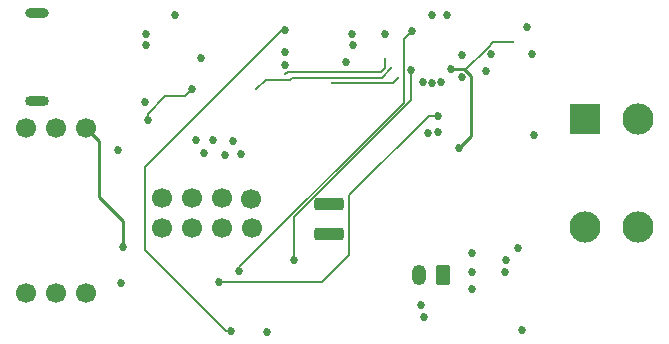
<source format=gbr>
%TF.GenerationSoftware,KiCad,Pcbnew,7.0.10*%
%TF.CreationDate,2024-12-22T23:47:13-08:00*%
%TF.ProjectId,wsg1.0,77736731-2e30-42e6-9b69-6361645f7063,rev?*%
%TF.SameCoordinates,Original*%
%TF.FileFunction,Copper,L4,Bot*%
%TF.FilePolarity,Positive*%
%FSLAX46Y46*%
G04 Gerber Fmt 4.6, Leading zero omitted, Abs format (unit mm)*
G04 Created by KiCad (PCBNEW 7.0.10) date 2024-12-22 23:47:13*
%MOMM*%
%LPD*%
G01*
G04 APERTURE LIST*
G04 Aperture macros list*
%AMRoundRect*
0 Rectangle with rounded corners*
0 $1 Rounding radius*
0 $2 $3 $4 $5 $6 $7 $8 $9 X,Y pos of 4 corners*
0 Add a 4 corners polygon primitive as box body*
4,1,4,$2,$3,$4,$5,$6,$7,$8,$9,$2,$3,0*
0 Add four circle primitives for the rounded corners*
1,1,$1+$1,$2,$3*
1,1,$1+$1,$4,$5*
1,1,$1+$1,$6,$7*
1,1,$1+$1,$8,$9*
0 Add four rect primitives between the rounded corners*
20,1,$1+$1,$2,$3,$4,$5,0*
20,1,$1+$1,$4,$5,$6,$7,0*
20,1,$1+$1,$6,$7,$8,$9,0*
20,1,$1+$1,$8,$9,$2,$3,0*%
G04 Aperture macros list end*
%TA.AperFunction,ComponentPad*%
%ADD10C,1.700000*%
%TD*%
%TA.AperFunction,ComponentPad*%
%ADD11R,2.640000X2.640000*%
%TD*%
%TA.AperFunction,ComponentPad*%
%ADD12C,2.640000*%
%TD*%
%TA.AperFunction,ComponentPad*%
%ADD13RoundRect,0.250000X0.350000X0.625000X-0.350000X0.625000X-0.350000X-0.625000X0.350000X-0.625000X0*%
%TD*%
%TA.AperFunction,ComponentPad*%
%ADD14O,1.200000X1.750000*%
%TD*%
%TA.AperFunction,ComponentPad*%
%ADD15RoundRect,0.275000X-0.975000X-0.275000X0.975000X-0.275000X0.975000X0.275000X-0.975000X0.275000X0*%
%TD*%
%TA.AperFunction,ComponentPad*%
%ADD16O,2.000000X0.822200*%
%TD*%
%TA.AperFunction,ComponentPad*%
%ADD17O,2.000000X0.898400*%
%TD*%
%TA.AperFunction,ViaPad*%
%ADD18C,0.300000*%
%TD*%
%TA.AperFunction,ViaPad*%
%ADD19C,0.685800*%
%TD*%
%TA.AperFunction,Conductor*%
%ADD20C,0.127000*%
%TD*%
%TA.AperFunction,Conductor*%
%ADD21C,0.254000*%
%TD*%
G04 APERTURE END LIST*
D10*
%TO.P,J3,1,D-*%
%TO.N,USB_D-*%
X1480000Y-24490000D03*
%TO.P,J3,2,SHIELD*%
%TO.N,GNDA*%
X4020000Y-24490000D03*
%TO.P,J3,3,D+*%
%TO.N,USB_D+*%
X6560000Y-24490000D03*
%TO.P,J3,4,GND*%
%TO.N,GNDA*%
X1480000Y-10490000D03*
%TO.P,J3,5,VBUS*%
%TO.N,5V USB*%
X4020000Y-10490000D03*
%TO.P,J3,6,CC*%
%TO.N,Net-(J3-CC)*%
X6560000Y-10490000D03*
%TD*%
D11*
%TO.P,J1,1,1*%
%TO.N,S+*%
X48850000Y-9750000D03*
D12*
%TO.P,J1,2,2*%
%TO.N,S-*%
X53300000Y-9750000D03*
%TO.P,J1,3,3*%
%TO.N,2V5 Ref*%
X53300000Y-18870000D03*
%TO.P,J1,4,4*%
%TO.N,GNDA*%
X48850000Y-18870000D03*
%TD*%
D13*
%TO.P,J4,1,Pin_1*%
%TO.N,BAT-*%
X36770000Y-22950000D03*
D14*
%TO.P,J4,2,Pin_2*%
%TO.N,BAT+*%
X34770000Y-22950000D03*
%TD*%
D15*
%TO.P,U1,15,BAT-*%
%TO.N,BAT-*%
X27161700Y-19456400D03*
%TO.P,U1,16,Bat+*%
%TO.N,BAT+*%
X27161700Y-16916400D03*
D10*
%TO.P,U1,17,MTDO*%
%TO.N,unconnected-(U1-MTDO-Pad17)*%
X12988500Y-18948400D03*
%TO.P,U1,18,MTDI*%
%TO.N,unconnected-(U1-MTDI-Pad18)*%
X13016500Y-16408400D03*
%TO.P,U1,19,GND*%
%TO.N,unconnected-(U1-GND-Pad19)*%
X15528500Y-18948400D03*
%TO.P,U1,20,EN*%
%TO.N,unconnected-(U1-EN-Pad20)*%
X15528500Y-16408400D03*
%TO.P,U1,21,MTCK*%
%TO.N,unconnected-(U1-MTCK-Pad21)*%
X18068500Y-18948400D03*
%TO.P,U1,22,MTMS*%
%TO.N,unconnected-(U1-MTMS-Pad22)*%
X18068500Y-16408400D03*
%TO.P,U1,23,3v3*%
%TO.N,unconnected-(U1-3v3-Pad23)*%
X20608500Y-18948400D03*
%TO.P,U1,24,BOOT*%
%TO.N,unconnected-(U1-BOOT-Pad24)*%
X20551700Y-16501000D03*
%TD*%
D16*
%TO.P,J2,MH1,MH1*%
%TO.N,unconnected-(J2-PadMH1)*%
X2440000Y-720000D03*
D17*
%TO.P,J2,MH2,MH2*%
%TO.N,unconnected-(J2-PadMH2)*%
X2440000Y-8220000D03*
%TD*%
D18*
%TO.N,MOSI_ADC*%
X20980000Y-7170000D03*
%TO.N,SCLK_ADC*%
X27350000Y-6710000D03*
D19*
%TO.N,GNDA*%
X35850000Y-6670000D03*
X35100000Y-6570000D03*
X15860000Y-11530000D03*
X28600000Y-4860000D03*
X43110000Y-20670000D03*
X11550000Y-8300000D03*
X11670000Y-3450000D03*
X42090000Y-21660000D03*
X42060000Y-22640000D03*
X11670000Y-2480000D03*
X36620000Y-6590000D03*
X23422504Y-5157607D03*
X44460000Y-11050000D03*
X9540000Y-23580000D03*
X34950000Y-25480000D03*
X44350000Y-4180000D03*
X38370000Y-4290000D03*
X39240000Y-22630000D03*
X38380000Y-6160000D03*
X16590000Y-12600000D03*
X14090000Y-950000D03*
X36360000Y-10810000D03*
X43900000Y-1910000D03*
X17300000Y-11530000D03*
X43510000Y-27540000D03*
X40440000Y-5680000D03*
%TO.N,5V5*%
X40820000Y-4250000D03*
X9290000Y-12310000D03*
X35510000Y-10900000D03*
X16310000Y-4540000D03*
X39220000Y-21040000D03*
X39280000Y-24150000D03*
X35210000Y-26510000D03*
X35850000Y-890000D03*
%TO.N,2V5 Ref*%
X37120000Y-910000D03*
%TO.N,DAC Bias*%
X37480000Y-5470000D03*
X38160000Y-12140000D03*
D18*
X42740000Y-3190000D03*
D19*
%TO.N,3V3*%
X31913400Y-2480000D03*
X19030000Y-11550000D03*
X29150000Y-3490000D03*
X19700000Y-12680000D03*
X29040000Y-2560000D03*
X23380000Y-4040000D03*
X21880000Y-27730000D03*
X18300000Y-12730000D03*
%TO.N,ADC DReady*%
X19540000Y-22590000D03*
X34160000Y-2240000D03*
D18*
%TO.N,MISO*%
X23450000Y-5900000D03*
X31900000Y-4670000D03*
D19*
%TO.N,CS-ADC*%
X34080000Y-5530000D03*
X24140000Y-21650000D03*
%TO.N,CS-MEM*%
X18870000Y-27700000D03*
X23390000Y-2150000D03*
%TO.N,Net-(PS2-FB)*%
X15560000Y-7140000D03*
X11800000Y-9790000D03*
%TO.N,CS-DAC*%
X36380000Y-9440000D03*
X17860000Y-23550000D03*
%TO.N,Net-(J3-CC)*%
X9730000Y-20530000D03*
D18*
%TO.N,MOSI_ADC*%
X32420000Y-5440000D03*
%TO.N,SCLK_ADC*%
X32980000Y-6240000D03*
%TD*%
D20*
%TO.N,MOSI_ADC*%
X21770000Y-6400000D02*
X20990000Y-7180000D01*
X31650000Y-6210000D02*
X24035488Y-6210000D01*
X32420000Y-5440000D02*
X31650000Y-6210000D01*
X23845488Y-6400000D02*
X21770000Y-6400000D01*
X24035488Y-6210000D02*
X23845488Y-6400000D01*
%TO.N,MISO*%
X23630000Y-5720000D02*
X23450000Y-5900000D01*
X31570000Y-5720000D02*
X23630000Y-5720000D01*
X31900000Y-5390000D02*
X31570000Y-5720000D01*
X31900000Y-4670000D02*
X31900000Y-5390000D01*
%TO.N,SCLK_ADC*%
X27360000Y-6700000D02*
X27350000Y-6710000D01*
X28200000Y-6700000D02*
X27360000Y-6700000D01*
%TO.N,DAC Bias*%
X40570000Y-3670000D02*
X41050000Y-3190000D01*
D21*
X38652072Y-5587928D02*
X38534144Y-5470000D01*
D20*
X38652072Y-5587928D02*
X40570000Y-3670000D01*
D21*
X39170000Y-11130000D02*
X38160000Y-12140000D01*
D20*
X41050000Y-3190000D02*
X42740000Y-3190000D01*
D21*
X38534144Y-5470000D02*
X37480000Y-5470000D01*
X38652072Y-5587928D02*
X39170000Y-6105856D01*
X39170000Y-6105856D02*
X39170000Y-11130000D01*
D20*
%TO.N,ADC DReady*%
X34160000Y-2240000D02*
X33443500Y-2956500D01*
X19540000Y-22262954D02*
X19540000Y-22590000D01*
X33443500Y-2956500D02*
X33443500Y-8359454D01*
X33443500Y-8359454D02*
X19540000Y-22262954D01*
%TO.N,CS-ADC*%
X24140000Y-21650000D02*
X24140000Y-18022164D01*
X34080000Y-8082164D02*
X34080000Y-5530000D01*
X24140000Y-18022164D02*
X34080000Y-8082164D01*
%TO.N,CS-MEM*%
X23190000Y-2150000D02*
X23390000Y-2150000D01*
X18390000Y-27700000D02*
X11540000Y-20850000D01*
X18870000Y-27700000D02*
X18390000Y-27700000D01*
X11540000Y-13800000D02*
X23190000Y-2150000D01*
X11540000Y-20850000D02*
X11540000Y-13800000D01*
%TO.N,Net-(PS2-FB)*%
X11800000Y-9790000D02*
X11800000Y-9260000D01*
X14930000Y-7770000D02*
X15560000Y-7140000D01*
X11800000Y-9260000D02*
X13290000Y-7770000D01*
X13290000Y-7770000D02*
X14930000Y-7770000D01*
%TO.N,CS-DAC*%
X17860000Y-23550000D02*
X17880000Y-23530000D01*
X35590000Y-9440000D02*
X36380000Y-9440000D01*
X28854100Y-21215900D02*
X28854100Y-16175900D01*
X28854100Y-16175900D02*
X35590000Y-9440000D01*
X17880000Y-23530000D02*
X26540000Y-23530000D01*
X26540000Y-23530000D02*
X28854100Y-21215900D01*
D21*
%TO.N,Net-(J3-CC)*%
X9730000Y-18350000D02*
X7670000Y-16290000D01*
X7670000Y-16290000D02*
X7670000Y-11600000D01*
X7670000Y-11600000D02*
X6560000Y-10490000D01*
X9730000Y-20530000D02*
X9730000Y-18350000D01*
D20*
%TO.N,SCLK_ADC*%
X32520000Y-6700000D02*
X28200000Y-6700000D01*
X32980000Y-6240000D02*
X32520000Y-6700000D01*
%TD*%
M02*

</source>
